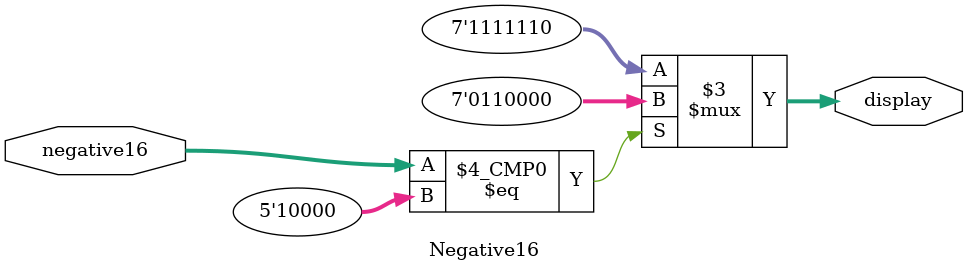
<source format=v>
`timescale 1ns / 1ps
module Negative16(
    input [4:0] negative16,
    output reg [6:0] display
    );
	 
always @ (*) 
begin
	case (negative16)
		5'b10000: display = 7'b0110000;
		default: display = 7'b1111110;
	endcase
end

endmodule

</source>
